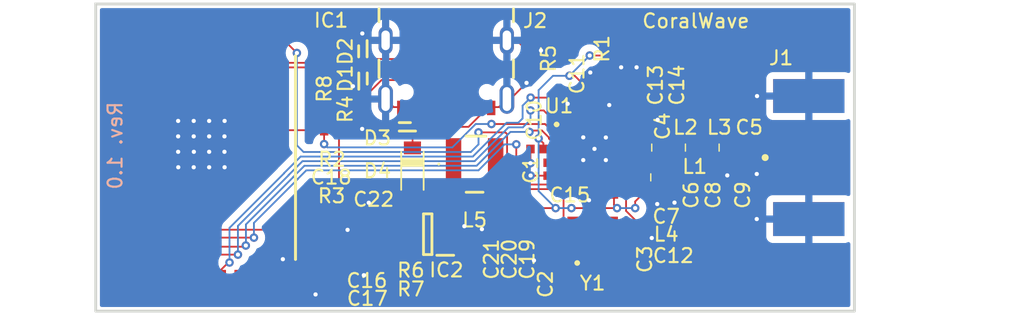
<source format=kicad_pcb>
(kicad_pcb (version 20221018) (generator pcbnew)
  (layers (0 "F.Cu" signal) (31 "B.Cu" signal) (34 "B.Paste" user) (35 "F.Paste" user) (36 "B.SilkS" user "B.Silkscreen") (37 "F.SilkS" user "F.Silkscreen") (38 "B.Mask" user) (39 "F.Mask" user) (44 "Edge.Cuts" user))
  (net 0 "")
  (net 1 "Net-(U1-DCOUPL)")
  (net 2 "Earth")
  (net 3 "Net-(U1-XOSC_Q1)")
  (net 4 "Net-(U1-XOSC_Q2)")
  (net 5 "Net-(U1-RF_N)")
  (net 6 "Net-(C5-Pad1)")
  (net 7 "Net-(C5-Pad2)")
  (net 8 "Net-(C6-Pad2)")
  (net 9 "Net-(U1-RF_P)")
  (net 10 "Net-(C7-Pad2)")
  (net 11 "Net-(C8-Pad2)")
  (net 12 "Net-(U1-RBIAS)")
  (net 13 "SCLK")
  (net 14 "GDO2")
  (net 15 "GDO0")
  (net 18 "+3V3")
  (net 19 "Net-(IC1-EN)")
  (net 20 "Net-(IC2-FB)")
  (net 21 "+5V")
  (net 22 "USB_DP")
  (net 23 "USB_DN")
  (net 24 "Net-(D3-A1)")
  (net 25 "MOSI")
  (net 26 "Net-(IC1-IO8)")
  (net 28 "CSN")
  (net 32 "MISO")
  (net 35 "Net-(IC2-SW)")
  (net 36 "Net-(J2-CC1)")
  (net 38 "Net-(J2-CC2)")
  (footprint "PCBLib:NX3225GA16000MSTDCRG1" (layer "F.Cu") (at 133.7 64.66)
    (fp_text reference "Y1")
    (fp_text value "NX3225GA-26MHZ" hide)
  )
  (footprint "PCBLib:Cap_Murata_GRM_0402" (layer "F.Cu") (at 115.23 67.6)
    (fp_text reference "C16")
    (fp_text value "100nF" hide)
  )
  (footprint "PCBLib:Cap_Murata_GRM_0402" (layer "F.Cu") (at 130.34 65.92 -90)
    (fp_text reference "C2")
    (fp_text value "27pF" hide)
  )
  (footprint "PCBLib:Cap_Murata_GRM_0402" (layer "F.Cu") (at 144.85 58.34)
    (fp_text reference "C5")
    (fp_text value "220pF" hide)
  )
  (footprint "PCBLib:CC1101RGP" (layer "F.Cu") (at 133.8326 58.42)
    (fp_text reference "U1")
    (fp_text value "CC1101RGP" hide)
  )
  (footprint "PCBLib:R_Bourns_CR_0603" (layer "F.Cu") (at 118.2 64.83)
    (fp_text reference "R6")
    (fp_text value "442k" hide)
  )
  (footprint "PCBLib:Cap_Murata_GRM_0402" (layer "F.Cu") (at 129.01 63.68 90)
    (fp_text reference "C19")
    (fp_text value "6.8pF" hide)
  )
  (footprint "PCBLib:Cap_Murata_GRM_0402" (layer "F.Cu") (at 139.53 60.92 90)
    (fp_text reference "C6")
    (fp_text value "220pF" hide)
  )
  (footprint "PCBLib:Cap_Murata_GRM_0402" (layer "F.Cu") (at 135.73 53.89 -90)
    (fp_text reference "C13")
    (fp_text value "220pF" hide)
  )
  (footprint "PCBLib:R_Vishay_CRCW_0402" (layer "F.Cu") (at 114.57 56.55 -90)
    (fp_text reference "R8")
    (fp_text value "10k" hide)
  )
  (footprint "PCBLib:R_Vishay_CRCW_0402" (layer "F.Cu") (at 115.08 63)
    (fp_text reference "R2")
    (fp_text value "10k" hide)
  )
  (footprint "PCBLib:Cap_Murata_GRM_0603" (layer "F.Cu") (at 118.45 63.34 180)
    (fp_text reference "C22")
    (fp_text value "4.7uF" hide)
  )
  (footprint "PCBLib:R_Bourns_CR_0603" (layer "F.Cu") (at 118.2 66.44 180)
    (fp_text reference "R7")
    (fp_text value "97.6k" hide)
  )
  (footprint "PCBLib:Cap_Murata_GRM_0402" (layer "F.Cu") (at 130.5 59.88 -90)
    (fp_text reference "C1")
    (fp_text value "100nF" hide)
  )
  (footprint "PCBLib:L_Murata_LQG_0402" (layer "F.Cu") (at 142.71 58.34)
    (fp_text reference "L3")
    (fp_text value "27nH" hide)
  )
  (footprint "PCBLib:Cap_Murata_GRM_0402" (layer "F.Cu") (at 127.91 63.68 90)
    (fp_text reference "C20")
    (fp_text value "10uF" hide)
  )
  (footprint "PCBLib:SOD3716X135N" (layer "F.Cu") (at 120.86 60 -90)
    (fp_text reference "D4")
    (fp_text value "B5819W-TP")
  )
  (footprint "PCBLib:R_Vishay_CRCW_0402" (layer "F.Cu") (at 115.08 65.4)
    (fp_text reference "R3")
    (fp_text value "10k" hide)
  )
  (footprint "PCBLib:Cap_Murata_GRM_0402" (layer "F.Cu") (at 137.09 64.32 -90)
    (fp_text reference "C3")
    (fp_text value "27pF" hide)
  )
  (footprint "PCBLib:Cap_Murata_GRM_0402" (layer "F.Cu") (at 133.19 55.22)
    (fp_text reference "C11")
    (fp_text value "220pF" hide)
  )
  (footprint "PCBLib:SODFL1006X40N" (layer "F.Cu") (at 120.32 56.86 180)
    (fp_text reference "D3")
    (fp_text value "CPDQ5V0-HF" hide)
  )
  (footprint "PCBLib:SODFL1006X40N" (layer "F.Cu") (at 117.33 51.48 -90)
    (fp_text reference "D2")
    (fp_text value "CPDQ5V0-HF" hide)
  )
  (footprint "PCBLib:Cap_Murata_GRM_0402" (layer "F.Cu") (at 115.23 68.8)
    (fp_text reference "C17")
    (fp_text value "10uF" hide)
  )
  (footprint "PCBLib:R_KOA_RK_0402" (layer "F.Cu") (at 134.35 53.54 -90)
    (fp_text reference "R1")
    (fp_text value "56k" hide)
  )
  (footprint "PCBLib:Molex-SD-73251-129" (layer "F.Cu") (at 157.99 59.05 -90)
    (fp_text reference "J1")
    (fp_text value "73251-1290" hide)
  )
  (footprint "PCBLib:R_Vishay_CRCW_0402" (layer "F.Cu") (at 117.28 55.61 -90)
    (fp_text reference "R4")
    (fp_text value "5k1" hide)
  )
  (footprint "PCBLib:SODFL1006X40N" (layer "F.Cu") (at 117.34 53.42 90)
    (fp_text reference "D1")
    (fp_text value "CPDQ5V0-HF" hide)
  )
  (footprint "PCBLib:L_Murata_LQG_0402" (layer "F.Cu") (at 137.84 60.46 180)
    (fp_text reference "L4")
    (fp_text value "27nH" hide)
  )
  (footprint "PCBLib:Cap_Murata_GRM_0402" (layer "F.Cu") (at 129.73 58.44)
    (fp_text reference "C10")
    (fp_text value "100nF" hide)
  )
  (footprint "PCBLib:Cap_Murata_GRM_0402" (layer "F.Cu") (at 126.81 63.68 90)
    (fp_text reference "C21")
    (fp_text value "10uF" hide)
  )
  (footprint "PCBLib:Cap_Murata_GRM_0402" (layer "F.Cu") (at 137.88 59.4)
    (fp_text reference "C7")
    (fp_text value "3.9pF" hide)
  )
  (footprint "PCBLib:Cap_Murata_GRM_0402" (layer "F.Cu") (at 137.84 61.53)
    (fp_text reference "C12")
    (fp_text value "220pF" hide)
  )
  (footprint "PCBLib:R_Vishay_CRCW_0402" (layer "F.Cu") (at 129.04 52 90)
    (fp_text reference "R5")
    (fp_text value "5k1" hide)
  )
  (footprint "PCBLib:GCT_USB4105-GF-A" (layer "F.Cu") (at 123.27 50.7 180)
    (fp_text reference "J2")
    (fp_text value "USB4105-GF-A")
  )
  (footprint "PCBLib:ESP32C3WROOM02N4" (layer "F.Cu") (at 105.83 58.09 90)
    (fp_text reference "IC1")
    (fp_text value "ESP32-C3-WROOM-02-N4" hide)
  )
  (footprint "PCBLib:Cap_Murata_GRM_0402" (layer "F.Cu") (at 137.49 56.82 -90)
    (fp_text reference "C4")
    (fp_text value "3.9pF" hide)
  )
  (footprint "PCBLib:Cap_Murata_GRM_0402" (layer "F.Cu") (at 142.28 59.86 90)
    (fp_text reference "C8")
    (fp_text value "8.2pF" hide)
  )
  (footprint "PCBLib:Cap_Murata_GRM_0402" (layer "F.Cu") (at 114.98 64.2)
    (fp_text reference "C18")
    (fp_text value "1uF" hide)
  )
  (footprint "PCBLib:Cap_Murata_GRM_0402" (layer "F.Cu") (at 144.39 59.76 90)
    (fp_text reference "C9")
    (fp_text value "5.6pF" hide)
  )
  (footprint "PCBLib:Cap_Murata_GRM_0402" (layer "F.Cu") (at 134.76 61.67 180)
    (fp_text reference "C15")
    (fp_text value "10nF" hide)
  )
  (footprint "PCBLib:L_Murata_LQG_0402" (layer "F.Cu") (at 137.91 58.34)
    (fp_text reference "L1")
    (fp_text value "27nH" hide)
  )
  (footprint "PCBLib:L_Murata_LQG_0402" (layer "F.Cu") (at 140.31 58.34)
    (fp_text reference "L2")
    (fp_text value "22nH" hide)
  )
  (footprint "PCBLib:ASPI0418FS" (layer "F.Cu") (at 125.29 59.52)
    (fp_text reference "L5")
    (fp_text value "2.2uH" hide)
  )
  (footprint "PCBLib:TLV62568DBVR" (layer "F.Cu") (at 121.95 64.51 180)
    (fp_text reference "IC2")
    (fp_text value "TLV62568DBVR" hide)
  )
  (footprint "PCBLib:Cap_Murata_GRM_0402" (layer "F.Cu") (at 136.83 53.89 -90)
    (fp_text reference "C14")
    (fp_text value "10nF" hide)
  )
  (gr_rect (start 98.3 48.11) (end 152.35 69.99) (stroke (width 0.2)) (fill none) (layer "Edge.Cuts"))
  (gr_text "Rev. 1.0" (at 100.27 54.98 90) (layer "B.SilkS") (effects (font (size 1 1) (thickness 0.153)) (justify left bottom mirror)))
  (gr_text "CoralWave" (at 141.05 49.32) (layer "F.SilkS") (effects (font (size 1 1) (thickness 0.153))))
  (segment (start 131.93635 59.420001) (end 130.5 59.42) (width 0.127) (layer "F.Cu") (net 1))
  (segment (start 129.27 58.44) (end 129.27 59.45) (width 0.127) (layer "F.Cu") (net 2))
  (segment (start 133.8326 57.615) (end 134.635 57.615) (width 0.127) (layer "F.Cu") (net 2))
  (segment (start 105.83 56.99) (end 106.38 56.44) (width 0.127) (layer "F.Cu") (net 2))
  (segment (start 127.59 54.88) (end 127.84 54.88) (width 0.127) (layer "F.Cu") (net 2))
  (segment (start 104.72 58.09) (end 104.17 58.64) (width 0.127) (layer "F.Cu") (net 2))
  (segment (start 133.82 58.42) (end 133.83 58.43) (width 0.127) (layer "F.Cu") (net 2))
  (segment (start 127.59 54.88) (end 127.015 55.455) (width 0.127) (layer "F.Cu") (net 2))
  (segment (start 120.07 56.56) (end 119.77 56.86) (width 0.127) (layer "F.Cu") (net 2))
  (segment (start 144.39 60.22) (end 145.39 60.22) (width 0.127) (layer "F.Cu") (net 2))
  (segment (start 125.81 64.15) (end 125.82 64.14) (width 0.127) (layer "F.Cu") (net 2))
  (segment (start 106.38 58.64) (end 105.83 58.09) (width 0.127) (layer "F.Cu") (net 2))
  (segment (start 104.73 56.99) (end 105.28 56.44) (width 0.127) (layer "F.Cu") (net 2))
  (segment (start 149.1 63.4325) (end 145.3925 63.4325) (width 0.127) (layer "F.Cu") (net 2))
  (segment (start 134.635 57.615) (end 134.64 57.62) (width 0.127) (layer "F.Cu") (net 2))
  (segment (start 106.93 56.99) (end 107.48 56.44) (width 0.127) (layer "F.Cu") (net 2))
  (segment (start 118.95 50.7) (end 117.89 50.7) (width 0.127) (layer "F.Cu") (net 2))
  (segment (start 104.72 56.99) (end 104.17 56.44) (width 0.127) (layer "F.Cu") (net 2))
  (segment (start 133.8326 58.4326) (end 133.83 58.43) (width 0.127) (layer "F.Cu") (net 2))
  (segment (start 133.0276 58.42) (end 133.0276 57.6124) (width 0.127) (layer "F.Cu") (net 2))
  (segment (start 106.93 58.08) (end 107.47 57.54) (width 0.127) (layer "F.Cu") (net 2))
  (segment (start 104.72 56.99) (end 104.17 57.54) (width 0.127) (layer "F.Cu") (net 2))
  (segment (start 105.83 59.19) (end 106.38 59.74) (width 0.127) (layer "F.Cu") (net 2))
  (segment (start 104.73 56.99) (end 104.72 56.99) (width 0.127) (layer "F.Cu") (net 2))
  (segment (start 135.73 53.43) (end 135.73 52.62) (width 0.127) (layer "F.Cu") (net 2))
  (segment (start 133.8326 59.225) (end 133.035 59.225) (width 0.127) (layer "F.Cu") (net 2))
  (segment (start 134.6376 57.6224) (end 134.64 57.62) (width 0.127) (layer "F.Cu") (net 2))
  (segment (start 118.95 54.88) (end 119.525 55.455) (width 0.127) (layer "F.Cu") (net 2))
  (segment (start 111.63 67.8) (end 111.63 66.29) (width 0.127) (layer "F.Cu") (net 2))
  (segment (start 130.34 66.38) (end 129.52 66.38) (width 0.127) (layer "F.Cu") (net 2))
  (segment (start 132.73 55.3203) (end 132.73 55.22) (width 0.127) (layer "F.Cu") (net 2))
  (segment (start 125.82 64.14) (end 126.81 64.14) (width 0.127) (layer "F.Cu") (net 2))
  (segment (start 134.635 59.225) (end 134.64 59.23) (width 0.127) (layer "F.Cu") (net 2))
  (segment (start 134.35 52.99) (end 133.53 52.99) (width 0.127) (layer "F.Cu") (net 2))
  (segment (start 104.73 58.09) (end 104.72 58.09) (width 0.127) (layer "F.Cu") (net 2))
  (segment (start 104.72 58.09) (end 104.17 57.54) (width 0.127) (layer "F.Cu") (net 2))
  (segment (start 105.29 58.64) (end 105.28 58.64) (width 0.127) (layer "F.Cu") (net 2))
  (segment (start 105.28 58.64) (end 104.73 58.09) (width 0.127) (layer "F.Cu") (net 2))
  (segment (start 127.84 54.88) (end 128.99 53.73) (width 0.127) (layer "F.Cu") (net 2))
  (segment (start 129.04 51.45) (end 129.99 51.45) (width 0.127) (layer "F.Cu") (net 2))
  (segment (start 134.882101 55.31) (end 134.832601 55.3595) (width 0.127) (layer "F.Cu") (net 2))
  (segment (start 104.73 59.19) (end 104.74 59.19) (width 0.127) (layer "F.Cu") (net 2))
  (segment (start 105.83 59.19) (end 106.38 58.64) (width 0.127) (layer "F.Cu") (net 2))
  (segment (start 117.33 50.93) (end 117.66 50.93) (width 0.127) (layer "F.Cu") (net 2))
  (segment (start 120.07 55.515) (end 120.07 56.56) (width 0.127) (layer "F.Cu") (net 2))
  (segment (start 106.38 58.64) (end 106.93 59.19) (width 0.127) (layer "F.Cu") (net 2))
  (segment (start 133.332601 55.922901) (end 132.73 55.3203) (width 0.127) (layer "F.Cu") (net 2))
  (segment (start 104.73 56.99) (end 105.28 57.54) (width 0.127) (layer "F.Cu") (net 2))
  (segment (start 106.93 57) (end 107.47 57.54) (width 0.127) (layer "F.Cu") (net 2))
  (segment (start 133.0276 58.42) (end 133.0276 59.2276) (width 0.127) (layer "F.Cu") (net 2))
  (segment (start 133.035 57.615) (end 133.03 57.61) (width 0.127) (layer "F.Cu") (net 2))
  (segment (start 106.93 59.19) (end 106.93 59.18) (width 0.127) (layer "F.Cu") (net 2))
  (segment (start 133.854641 61.67) (end 133.437641 62.087) (width 0.127) (layer "F.Cu") (net 2))
  (segment (start 133.332601 56.52375) (end 133.332601 55.922901) (width 0.127) (layer "F.Cu") (net 2))
  (segment (start 104.74 59.19) (end 105.29 58.64) (width 0.127) (layer "F.Cu") (net 2))
  (segment (start 106.93 59.19) (end 106.38 59.74) (width 0.127) (layer "F.Cu") (net 2))
  (segment (start 117.75 63.34) (end 117.75 62.27) (width 0.127) (layer "F.Cu") (net 2))
  (segment (start 114.77 67.6) (end 114.77 68.8) (width 0.127) (layer "F.Cu") (net 2))
  (segment (start 134.3 61.67) (end 133.854641 61.67) (width 0.127) (layer "F.Cu") (net 2))
  (segment (start 132.73 55.22) (end 131.92 55.22) (width 0.127) (layer "F.Cu") (net 2))
  (segment (start 133.035 59.225) (end 133.03 59.23) (width 0.127) (layer "F.Cu") (net 2))
  (segment (start 119.77 56.86) (end 117.98 56.86) (width 0.127) (layer "F.Cu") (net 2))
  (segment (start 137.49 56.36) (end 138.33 56.36) (width 0.127) (layer "F.Cu") (net 2))
  (segment (start 117.98 56.86) (end 117.28 56.16) (width 0.127) (layer "F.Cu") (net 2))
  (segment (start 105.29 58.64) (end 105.29 58.63) (width 0.127) (layer "F.Cu") (net 2))
  (segment (start 127.015 55.455) (end 126.47 55.455) (width 0.127) (layer "F.Cu") (net 2))
  (segment (start 106.93 59.18) (end 107.47 58.64) (width 0.127) (layer "F.Cu") (net 2))
  (segment (start 133.8326 59.225) (end 133.8326 58.4326) (width 0.127) (layer "F.Cu") (net 2))
  (segment (start 117.33 50.93) (end 117.33 50.25) (width 0.127) (layer "F.Cu") (net 2))
  (segment (start 106.93 58.1) (end 107.47 58.64) (width 0.127) (layer "F.Cu") (net 2))
  (segment (start 117.89 50.7) (end 117.66 50.93) (width 0.127) (layer "F.Cu") (net 2))
  (segment (start 105.83 56.99) (end 105.28 56.44) (width 0.127) (layer "F.Cu") (net 2))
  (segment (start 105.28 57.54) (end 105.83 56.99) (width 0.127) (layer "F.Cu") (net 2))
  (segment (start 105.28 57.54) (end 105.83 58.09) (width 0.127) (layer "F.Cu") (net 2))
  (segment (start 133.0276 59.2276) (end 133.03 59.23) (width 0.127) (layer "F.Cu") (net 2))
  (segment (start 117.28 56.16) (end 117.28 57.01) (width 0.127) (layer "F.Cu") (net 2))
  (segment (start 105.29 58.64) (end 105.29 58.65) (width 0.127) (layer "F.Cu") (net 2))
  (segment (start 117.4 66.44) (end 117.4 67.43) (width 0.127) (layer "F.Cu") (net 2))
  (segment (start 119.525 55.455) (end 120.07 55.455) (width 0.127) (layer "F.Cu") (net 2))
  (segment (start 129.99 51.45) (end 130.02 51.42) (width 0.127) (layer "F.Cu") (net 2))
  (segment (start 117.33 50.25) (end 117.29 50.21) (width 0.127) (layer "F.Cu") (net 2))
  (segment (start 106.38 57.54) (end 106.93 56.99) (width 0.127) (layer "F.Cu") (net 2))
  (segment (start 106.38 57.54) (end 105.83 56.99) (width 0.127) (layer "F.Cu") (net 2))
  (segment (start 136.83 53.43) (end 136.83 52.62) (width 0.127) (layer "F.Cu") (net 2))
  (segment (start 104.73 59.19) (end 104.72 59.19) (width 0.127) (layer "F.Cu") (net 2))
  (segment (start 104.73 58.09) (end 105.28 57.54) (width 0.127) (layer "F.Cu") (net 2))
  (segment (start 128.29 50.7) (end 129.04 51.45) (width 0.127) (layer "F.Cu") (net 2))
  (segment (start 113.96 68.8) (end 114.77 68.8) (width 0.127) (layer "F.Cu") (net 2))
  (segment (start 145.3925 63.4325) (end 145.39 63.43) (width 0.127) (layer "F.Cu") (net 2))
  (segment (start 133.8326 59.225) (end 134.635 59.225) (width 0.127) (layer "F.Cu") (net 2))
  (segment (start 130.5 60.34) (end 129.29 60.34) (width 0.127) (layer "F.Cu") (net 2))
  (segment (start 104.73 59.19) (end 104.18 59.74) (width 0.127) (layer "F.Cu") (net 2))
  (segment (start 133.8326 58.4274) (end 133.83 58.43) (width 0.127) (layer "F.Cu") (net 2))
  (segment (start 117.34 53.97) (end 116.62 53.97) (width 0.127) (layer "F.Cu") (net 2))
  (segment (start 106.38 58.64) (end 106.93 58.09) (width 0.127) (layer "F.Cu") (net 2))
  (segment (start 104.72 59.19) (end 104.17 58.64) (width 0.127) (layer "F.Cu") (net 2))
  (segment (start 133.0276 57.6124) (end 133.03 57.61) (width 0.127) (layer "F.Cu") (net 2))
  (segment (start 105.83 58.09) (end 106.38 57.54) (width 0.127) (layer "F.Cu") (net 2))
  (segment (start 133.8326 57.615) (end 133.8326 58.4274) (width 0.127) (layer "F.Cu") (net 2))
  (segment (start 133.0276 58.42) (end 133.82 58.42) (width 0.127) (layer "F.Cu") (net 2))
  (segment (start 134.6376 58.42) (end 133.84 58.42) (width 0.127) (layer "F.Cu") (net 2))
  (segment (start 138.3 61.53) (end 138.3 62.36) (width 0.127) (layer "F.Cu") (net 2))
  (segment (start 134.832601 55.3595) (end 134.832601 56.52375) (width 0.127) (layer "F.Cu") (net 2))
  (segment (start 105.29 58.65) (end 105.83 59.19) (width 0.127) (layer "F.Cu") (net 2))
  (segment (start 115.44 64.2) (end 116.24 64.2) (width 0.127) (layer "F.Cu") (net 2))
  (segment (start 129.29 60.34) (end 129.28 60.33) (width 0.127) (layer "F.Cu") (net 2))
  (segment (start 123.2 64.51) (end 123.99 64.51) (width 0.127) (layer "F.Cu") (net 2))
  (segment (start 127.91 64.14) (end 126.81 64.14) (width 0.127) (layer "F.Cu") (net 2))
  (segment (start 134.6376 58.42) (end 134.6376 57.6224) (width 0.127) (layer "F.Cu") (net 2))
  (segment (start 106.93 58.09) (end 106.93 58.1) (width 0.127) (layer "F.Cu") (net 2))
  (segment (start 133.84 58.42) (end 133.83 58.43) (width 0.127) (layer "F.Cu") (net 2))
  (segment (start 105.29 58.63) (end 105.83 58.09) (width 0.127) (layer "F.Cu") (net 2))
  (segment (start 142.28 60.32) (end 143.29 60.32) (width 0.127) (layer "F.Cu") (net 2))
  (segment (start 145.4125 54.6675) (end 145.41 54.67) (width 0.127) (layer "F.Cu") (net 2))
  (segment (start 106.38 57.54) (end 106.93 58.09) (width 0.127) (layer "F.Cu") (net 2))
  (segment (start 106.93 56.99) (end 106.93 57) (width 0.127) (layer "F.Cu") (net 2))
  (segment (start 123.99 64.51) (end 124.56 63.94) (width 0.127) (layer "F.Cu") (net 2))
  (segment (start 134.6376 59.2276) (end 134.64 59.23) (width 0.127) (layer "F.Cu") (net 2))
  (segment (start 105.83 59.19) (end 105.28 59.74) (width 0.127) (layer "F.Cu") (net 2))
  (segment (start 104.73 59.19) (end 105.28 59.74) (width 0.127) (layer "F.Cu") (net 2))
  (segment (start 149.1 54.6675) (end 145.4125 54.6675) (width 0.127) (layer "F.Cu") (net 2))
  (segment (start 106.93 59.19) (end 107.48 59.74) (width 0.127) (layer "F.Cu") (net 2))
  (segment (start 106.93 58.09) (end 106.93 58.08) (width 0.127) (layer "F.Cu") (net 2))
  (segment (start 127.59 50.7) (end 128.29 50.7) (width 0.127) (layer "F.Cu") (net 2))
  (segment (start 134.6376 58.42) (end 134.6376 59.2276) (width 0.127) (layer "F.Cu") (net 2))
  (segment (start 106.93 56.99) (end 106.38 56.44) (width 0.127) (layer "F.Cu") (net 2))
  (segment (start 139.53 62.26) (end 139.53 61.38) (width 0.127) (layer "F.Cu") (net 2))
  (segment (start 133.8326 57.615) (end 133.035 57.615) (width 0.127) (layer "F.Cu") (net 2))
  (segment (start 137.09 64.78) (end 137.91 64.78) (width 0.127) (layer "F.Cu") (net 2))
  (via (at 117.29 50.21) (size 0.6) (drill 0.3) (layers "F.Cu" "B.Cu") (net 2))
  (via (at 107.48 59.74) (size 0.6) (drill 0.3) (layers "F.Cu" "B.Cu") (net 2))
  (via (at 107.47 58.64) (size 0.6) (drill 0.3) (layers "F.Cu" "B.Cu") (net 2))
  (via (at 145.39 60.22) (size 0.6) (drill 0.3) (layers "F.Cu" "B.Cu") (net 2))
  (via (at 145.41 54.67) (size 0.6) (drill 0.3) (layers "F.Cu" "B.Cu") (net 2))
  (via (at 106.38 57.54) (size 0.6) (drill 0.3) (layers "F.Cu" "B.Cu") (net 2))
  (via (at 134.64 57.62) (size 0.6) (drill 0.3) (layers "F.Cu" "B.Cu") (net 2))
  (via (at 125.81 64.15) (size 0.6) (drill 0.3) (layers "F.Cu" "B.Cu") (net 2))
  (via (at 117.75 62.27) (size 0.6) (drill 0.3) (layers "F.Cu" "B.Cu") (net 2))
  (via (at 137.91 64.78) (size 0.6) (drill 0.3) (layers "F.Cu" "B.Cu") (net 2))
  (via (at 106.38 59.74) (size 0.6) (drill 0.3) (layers "F.Cu" "B.Cu") (net 2))
  (via (at 133.53 52.99) (size 0.6) (drill 0.3) (layers "F.Cu" "B.Cu") (net 2))
  (via (at 134.64 59.23) (size 0.6) (drill 0.3) (layers "F.Cu" "B.Cu") (net 2))
  (via (at 129.28 60.33) (size 0.6) (drill 0.3) (layers "F.Cu" "B.Cu") (net 2))
  (via (at 116.62 53.97) (size 0.6) (drill 0.3) (layers "F.Cu" "B.Cu") (net 2))
  (via (at 136.83 52.62) (size 0.6) (drill 0.3) (layers "F.Cu" "B.Cu") (net 2))
  (via (at 106.38 56.44) (size 0.6) (drill 0.3) (layers "F.Cu" "B.Cu") (net 2))
  (via (at 145.39 63.43) (size 0.6) (drill 0.3) (layers "F.Cu" "B.Cu") (net 2))
  (via (at 133.03 59.23) (size 0.6) (drill 0.3) (layers "F.Cu" "B.Cu") (net 2))
  (via (at 138.3 62.36) (size 0.6) (drill 0.3) (layers "F.Cu" "B.Cu") (net 2))
  (via (at 130.02 51.42) (size 0.6) (drill 0.3) (layers "F.Cu" "B.Cu") (net 2))
  (via (at 113.96 68.8) (size 0.6) (drill 0.3) (layers "F.Cu" "B.Cu") (net 2))
  (via (at 131.92 55.22) (size 0.6) (drill 0.3) (layers "F.Cu" "B.Cu") (net 2))
  (via (at 116.24 64.2) (size 0.6) (drill 0.3) (layers "F.Cu" "B.Cu") (net 2))
  (via (at 133.03 57.61) (size 0.6) (drill 0.3) (layers "F.Cu" "B.Cu") (net 2))
  (via (at 105.28 56.44) (size 0.6) (drill 0.3) (layers "F.Cu" "B.Cu") (net 2))
  (via (at 139.53 62.26) (size 0.6) (drill 0.3) (layers "F.Cu" "B.Cu") (net 2))
  (via (at 105.29 58.64) (size 0.6) (drill 0.3) (layers "F.Cu" "B.Cu") (net 2))
  (via (at 143.29 60.32) (size 0.6) (drill 0.3) (layers "F.Cu" "B.Cu") (net 2))
  (via (at 135.73 52.62) (size 0.6) (drill 0.3) (layers "F.Cu" "B.Cu") (net 2))
  (via (at 129.27 59.45) (size 0.6) (drill 0.3) (layers "F.Cu" "B.Cu") (net 2))
  (via (at 107.47 57.54) (size 0.6) (drill 0.3) (layers "F.Cu" "B.Cu") (net 2))
  (via (at 104.17 56.44) (size 0.6) (drill 0.3) (layers "F.Cu" "B.Cu") (net 2))
  (via (at 104.18 59.74) (size 0.6) (drill 0.3) (layers "F.Cu" "B.Cu") (net 2))
  (via (at 105.28 59.74) (size 0.6) (drill 0.3) (layers "F.Cu" "B.Cu") (net 2))
  (via (at 107.48 56.44) (size 0.6) (drill 0.3) (layers "F.Cu" "B.Cu") (net 2))
  (via (at 138.33 56.36) (size 0.6) (drill 0.3) (layers "F.Cu" "B.Cu") (net 2))
  (via (at 106.38 58.64) (size 0.6) (drill 0.3) (layers "F.Cu" "B.Cu") (net 2))
  (via (at 104.17 58.64) (size 0.6) (drill 0.3) (layers "F.Cu" "B.Cu") (net 2))
  (via (at 133.437641 62.087) (size 0.6) (drill 0.3) (layers "F.Cu" "B.Cu") (net 2))
  (via (at 124.56 63.94) (size 0.6) (drill 0.3) (layers "F.Cu" "B.Cu") (net 2))
  (via (at 133.83 58.43) (size 0.6) (drill 0.3) (layers "F.Cu" "B.Cu") (net 2))
  (via (at 128.99 53.73) (size 0.6) (drill 0.3) (layers "F.Cu" "B.Cu") (net 2))
  (via (at 104.17 57.54) (size 0.6) (drill 0.3) (layers "F.Cu" "B.Cu") (net 2))
  (via (at 111.63 66.29) (size 0.6) (drill 0.3) (layers "F.Cu" "B.Cu") (net 2))
  (via (at 129.52 66.38) (size 0.6) (drill 0.3) (layers "F.Cu" "B.Cu") (net 2))
  (via (at 134.882101 55.31) (size 0.6) (drill 0.3) (layers "F.Cu" "B.Cu") (net 2))
  (via (at 105.28 57.54) (size 0.6) (drill 0.3) (layers "F.Cu" "B.Cu") (net 2))
  (via (at 117.4 67.43) (size 0.6) (drill 0.3) (layers "F.Cu" "B.Cu") (net 2))
  (via (at 117.28 57.01) (size 0.6) (drill 0.3) (layers "F.Cu" "B.Cu") (net 2))
  (segment (start 131.6265 61.9335) (end 131.6265 64.1735) (width 0.127) (layer "F.Cu") (net 3))
  (segment (start 132.16 61.4) (end 131.6265 61.9335) (width 0.127) (layer "F.Cu") (net 3))
  (segment (start 133.8326 60.9445) (end 133.3771 61.4) (width 0.127) (layer "F.Cu") (net 3))
  (segment (start 131.6265 64.1735) (end 130.34 65.46) (width 0.127) (layer "F.Cu") (net 3))
  (segment (start 130.34 65.46) (end 132.6 65.46) (width 0.127) (layer "F.Cu") (net 3))
  (segment (start 133.3771 61.4) (end 132.16 61.4) (width 0.127) (layer "F.Cu") (net 3))
  (segment (start 133.8326 60.31625) (end 133.8326 60.9445) (width 0.127) (layer "F.Cu") (net 3))
  (segment (start 136.08 61.3) (end 135.09625 60.31625) (width 0.127) (layer "F.Cu") (net 4))
  (segment (start 137.09 63.86) (end 136.08 62.85) (width 0.127) (layer "F.Cu") (net 4))
  (segment (start 136.08 62.85) (end 136.08 61.3) (width 0.127) (layer "F.Cu") (net 4))
  (segment (start 135.09625 60.31625) (end 134.832601 60.31625) (width 0.127) (layer "F.Cu") (net 4))
  (segment (start 137.09 63.86) (end 134.8 63.86) (width 0.127) (layer "F.Cu") (net 4))
  (segment (start 137.405 58.42) (end 137.485 58.34) (width 0.127) (layer "F.Cu") (net 5))
  (segment (start 135.72885 58.42) (end 137.405 58.42) (width 0.127) (layer "F.Cu") (net 5))
  (segment (start 137.49 57.28) (end 137.49 58.335) (width 0.127) (layer "F.Cu") (net 5))
  (segment (start 137.49 58.335) (end 137.485 58.34) (width 0.127) (layer "F.Cu") (net 5))
  (segment (start 144.39 58.34) (end 144.39 59.3) (width 0.127) (layer "F.Cu") (net 6))
  (segment (start 143.135 58.34) (end 144.39 58.34) (width 0.127) (layer "F.Cu") (net 6))
  (segment (start 149.1 59.05) (end 146.02 59.05) (width 0.127) (layer "F.Cu") (net 7))
  (segment (start 146.02 59.05) (end 145.31 58.34) (width 0.127) (layer "F.Cu") (net 7))
  (segment (start 139.53 60.46) (end 138.265 60.46) (width 0.127) (layer "F.Cu") (net 8))
  (segment (start 136.939999 58.919999) (end 137.42 59.4) (width 0.127) (layer "F.Cu") (net 9))
  (segment (start 137.42 60.455) (end 137.415 60.46) (width 0.127) (layer "F.Cu") (net 9))
  (segment (start 137.42 59.4) (end 137.42 60.455) (width 0.127) (layer "F.Cu") (net 9))
  (segment (start 135.72885 58.919999) (end 136.939999 58.919999) (width 0.127) (layer "F.Cu") (net 9))
  (segment (start 138.335 58.34) (end 138.335 59.395) (width 0.127) (layer "F.Cu") (net 10))
  (segment (start 138.335 58.34) (end 139.885 58.34) (width 0.127) (layer "F.Cu") (net 10))
  (segment (start 138.335 59.395) (end 138.34 59.4) (width 0.127) (layer "F.Cu") (net 10))
  (segment (start 140.735 58.34) (end 142.285 58.34) (width 0.127) (layer "F.Cu") (net 11))
  (segment (start 142.285 58.34) (end 142.285 59.395) (width 0.127) (layer "F.Cu") (net 11))
  (segment (start 142.285 59.395) (end 142.28 59.4) (width 0.127) (layer "F.Cu") (net 11))
  (segment (start 134.318601 56.509752) (end 134.332599 56.52375) (width 0.127) (layer "F.Cu") (net 12))
  (segment (start 134.318601 54.111399) (end 134.318601 56.509752) (width 0.127) (layer "F.Cu") (net 12))
  (segment (start 105.63 67.5) (end 107.167 65.963) (width 0.127) (layer "F.Cu") (net 13))
  (segment (start 107.167 65.963) (end 108.43 65.963) (width 0.127) (layer "F.Cu") (net 13))
  (segment (start 130.209453 55.693102) (end 131.93635 57.419999) (width 0.127) (layer "F.Cu") (net 13))
  (segment (start 105.63 67.8) (end 105.63 67.5) (width 0.127) (layer "F.Cu") (net 13))
  (segment (start 129.273102 55.693102) (end 130.209453 55.693102) (width 0.127) (layer "F.Cu") (net 13))
  (via (at 129.273102 55.693102) (size 0.6) (drill 0.3) (layers "F.Cu" "B.Cu") (net 13))
  (via (at 108.43 65.963) (size 0.6) (drill 0.3) (layers "F.Cu" "B.Cu") (net 13))
  (segment (start 128.728652 56.897204) (end 129.273102 56.352754) (width 0.127) (layer "B.Cu") (net 13))
  (segment (start 127.705244 56.897204) (end 128.728652 56.897204) (width 0.127) (layer "B.Cu") (net 13))
  (segment (start 112.043398 60.293488) (end 113.030886 59.306) (width 0.127) (layer "B.Cu") (net 13))
  (segment (start 129.273102 56.352754) (end 129.273102 55.693102) (width 0.127) (layer "B.Cu") (net 13))
  (segment (start 108.43 65.963) (end 108.43 63.92) (width 0.127) (layer "B.Cu") (net 13))
  (segment (start 112.043398 60.306602) (end 112.043398 60.293488) (width 0.127) (layer "B.Cu") (net 13))
  (segment (start 125.296448 59.306) (end 127.705244 56.897204) (width 0.127) (layer "B.Cu") (net 13))
  (segment (start 108.43 63.92) (end 112.043398 60.306602) (width 0.127) (layer "B.Cu") (net 13))
  (segment (start 113.030886 59.306) (end 125.296448 59.306) (width 0.127) (layer "B.Cu") (net 13))
  (segment (start 130.583776 57.620776) (end 130.583776 57.695676) (width 0.127) (layer "F.Cu") (net 14))
  (segment (start 104.13 67.5) (end 104.13 67.8) (width 0.127) (layer "F.Cu") (net 14))
  (segment (start 130.583776 57.695676) (end 131.3081 58.42) (width 0.127) (layer "F.Cu") (net 14))
  (segment (start 106.23 65.4) (end 104.13 67.5) (width 0.127) (layer "F.Cu") (net 14))
  (segment (start 130.0895 57.1265) (end 130.583776 57.620776) (width 0.127) (layer "F.Cu") (net 14))
  (segment (start 108.909 65.4) (end 106.23 65.4) (width 0.127) (layer "F.Cu") (net 14))
  (segment (start 108.993 65.316) (end 108.909 65.4) (width 0.127) (layer "F.Cu") (net 14))
  (segment (start 131.3081 58.42) (end 131.93635 58.42) (width 0.127) (layer "F.Cu") (net 14))
  (segment (start 129.198562 57.224204) (end 129.296266 57.1265) (width 0.127) (layer "F.Cu") (net 14))
  (segment (start 129.296266 57.1265) (end 130.0895 57.1265) (width 0.127) (layer "F.Cu") (net 14))
  (via (at 129.198562 57.224204) (size 0.6) (drill 0.3) (layers "F.Cu" "B.Cu") (net 14))
  (via (at 108.993 65.316) (size 0.6) (drill 0.3) (layers "F.Cu" "B.Cu") (net 14))
  (segment (start 125.431896 59.633) (end 113.166334 59.633) (width 0.127) (layer "B.Cu") (net 14))
  (segment (start 127.840692 57.224204) (end 125.431896 59.633) (width 0.127) (layer "B.Cu") (net 14))
  (segment (start 112.370398 60.428936) (end 112.370398 60.44205) (width 0.127) (layer "B.Cu") (net 14))
  (segment (start 112.370398 60.44205) (end 109 63.812448) (width 0.127) (layer "B.Cu") (net 14))
  (segment (start 129.198562 57.224204) (end 127.840692 57.224204) (width 0.127) (layer "B.Cu") (net 14))
  (segment (start 109 65.309) (end 108.993 65.316) (width 0.127) (layer "B.Cu") (net 14))
  (segment (start 113.166334 59.633) (end 112.370398 60.428936) (width 0.127) (layer "B.Cu") (net 14))
  (segment (start 109 63.812448) (end 109 65.309) (width 0.127) (layer "B.Cu") (net 14))
  (segment (start 105.45 64.753) (end 102.63 67.573) (width 0.127) (layer "F.Cu") (net 15))
  (segment (start 109.57 64.753) (end 105.45 64.753) (width 0.127) (layer "F.Cu") (net 15))
  (segment (start 102.63 67.573) (end 102.63 67.8) (width 0.127) (layer "F.Cu") (net 15))
  (segment (start 131.59375 60.31625) (end 132.832599 60.31625) (width 0.127) (layer "F.Cu") (net 15))
  (segment (start 128.26 60.10691) (end 129.12309 60.97) (width 0.127) (layer "F.Cu") (net 15))
  (segment (start 130.94 60.97) (end 131.59375 60.31625) (width 0.127) (layer "F.Cu") (net 15))
  (segment (start 128.26 58.109602) (end 128.26 60.10691) (width 0.127) (layer "F.Cu") (net 15))
  (segment (start 129.12309 60.97) (end 130.94 60.97) (width 0.127) (layer "F.Cu") (net 15))
  (via (at 128.26 58.109602) (size 0.6) (drill 0.3) (layers "F.Cu" "B.Cu") (net 15))
  (via (at 109.57 64.753) (size 0.6) (drill 0.3) (layers "F.Cu" "B.Cu") (net 15))
  (segment (start 112.697398 60.577498) (end 112.697398 60.564384) (width 0.127) (layer "B.Cu") (net 15))
  (segment (start 125.567344 59.96) (end 127.417742 58.109602) (width 0.127) (layer "B.Cu") (net 15))
  (segment (start 109.57 63.704896) (end 112.697398 60.577498) (width 0.127) (layer "B.Cu") (net 15))
  (segment (start 112.697398 60.564384) (end 113.301782 59.96) (width 0.127) (layer "B.Cu") (net 15))
  (segment (start 113.301782 59.96) (end 125.567344 59.96) (width 0.127) (layer "B.Cu") (net 15))
  (segment (start 109.57 64.753) (end 109.57 63.704896) (width 0.127) (layer "B.Cu") (net 15))
  (segment (start 127.417742 58.109602) (end 128.26 58.109602) (width 0.127) (layer "B.Cu") (net 15))
  (segment (start 115.69 65.4) (end 116.35 66.06) (width 0.127) (layer "F.Cu") (net 18))
  (segment (start 131.93635 58.919999) (end 131.345651 58.919999) (width 0.127) (layer "F.Cu") (net 18))
  (segment (start 114.997 56) (end 115.63 56.633) (width 0.127) (layer "F.Cu") (net 18))
  (segment (start 135.067 61.08) (end 135.22 61.233) (width 0.127) (layer "F.Cu") (net 18))
  (segment (start 135.72885 57.920001) (end 136.349999 57.920001) (width 0.127) (layer "F.Cu") (net 18))
  (segment (start 129.447 63.22) (end 129.68 63.453) (width 0.127) (layer "F.Cu") (net 18))
  (segment (start 137.4035 53.88) (end 137.4035 52.39659) (width 0.127) (layer "F.Cu") (net 18))
  (segment (start 132.425 53.225) (end 132.045 53.225) (width 0.127) (layer "F.Cu") (net 18))
  (segment (start 115.69 68.8) (end 125.36 68.8) (width 0.127) (layer "F.Cu") (net 18))
  (segment (start 116.172 63) (end 115.63 63) (width 0.127) (layer "F.Cu") (net 18))
  (segment (start 116.83 65.4) (end 117.4 64.83) (width 0.127) (layer "F.Cu") (net 18))
  (segment (start 117.4 64.83) (end 117.4 64.228) (width 0.127) (layer "F.Cu") (net 18))
  (segment (start 129.01 63.22) (end 129.447 63.22) (width 0.127) (layer "F.Cu") (net 18))
  (segment (start 129.68 63.453) (end 129.68 64.48) (width 0.127) (layer "F.Cu") (net 18))
  (segment (start 135.72885 59.420001) (end 135.72885 59.87885) (width 0.127) (layer "F.Cu") (net 18))
  (segment (start 129.85 57.69) (end 130.19 58.03) (width 0.127) (layer "F.Cu") (net 18))
  (segment (start 135.437 62.65) (end 135.22 62.433) (width 0.127) (layer "F.Cu") (net 18))
  (segment (start 135.06 54.117) (end 135.06 51.78) (width 0.127) (layer "F.Cu") (net 18))
  (segment (start 135.06 51.78) (end 133.49 51.78) (width 0.127) (layer "F.Cu") (net 18))
  (segment (start 126.79 63.2) (end 126.81 63.22) (width 0.127) (layer "F.Cu") (net 18))
  (segment (start 115.63 56.633) (end 115.63 63) (width 0.127) (layer "F.Cu") (net 18))
  (segment (start 100.47 68.94) (end 112.32 68.94) (width 0.127) (layer "F.Cu") (net 18))
  (segment (start 126.81 63.22) (end 127.91 63.22) (width 0.127) (layer "F.Cu") (net 18))
  (segment (start 126.79 59.52) (end 126.79 63.2) (width 0.127) (layer "F.Cu") (net 18))
  (segment (start 116.35 66.94) (end 115.69 67.6) (width 0.127) (layer "F.Cu") (net 18))
  (segment (start 129.58 62.65) (end 131.0635 62.65) (width 0.127) (layer "F.Cu") (net 18))
  (segment (start 135.22 62.433) (end 135.22 61.67) (width 0.127) (layer "F.Cu") (net 18))
  (segment (start 115.63 65.4) (end 115.69 65.4) (width 0.127) (layer "F.Cu") (net 18))
  (segment (start 133.8326 55.4026) (end 133.65 55.22) (width 0.127) (layer "F.Cu") (net 18))
  (segment (start 130.19 58.03) (end 130.19 58.44) (width 0.127) (layer "F.Cu") (net 18))
  (segment (start 99.63 68.1) (end 100.47 68.94) (width 0.127) (layer "F.Cu") (net 18))
  (segment (start 135.72885 57.419999) (end 135.72885 54.35115) (width 0.127) (layer "F.Cu") (net 18))
  (segment (start 135.293 54.35) (end 135.73 54.35) (width 0.127) (layer "F.Cu") (net 18))
  (segment (start 131.345651 58.919999) (end 130.865652 58.44) (width 0.127) (layer "F.Cu") (net 18))
  (segment (start 135.22 61.233) (end 135.22 61.67) (width 0.127) (layer "F.Cu") (net 18))
  (segment (start 112.32 68.94) (end 114.31 66.95) (width 0.127) (layer "F.Cu") (net 18))
  (segment (start 137.4035 52.39659) (end 136.78691 51.78) (width 0.127) (layer "F.Cu") (net 18))
  (segment (start 136.83 57.44) (end 136.83 54.35) (width 0.127) (layer "F.Cu") (net 18))
  (segment (start 135.72885 59.87885) (end 137.38 61.53) (width 0.127) (layer "F.Cu") (net 18))
  (segment (start 115.69 68.8) (end 115.69 67.6) (width 0.127) (layer "F.Cu") (net 18))
  (segment (start 129.68 64.48) (end 125.36 68.8) (width 0.127) (layer "F.Cu") (net 18))
  (segment (start 134.54 61.08) (end 135.067 61.08) (width 0.127) (layer "F.Cu") (net 18))
  (segment (start 115.63 65.4) (end 116.83 65.4) (width 0.127) (layer "F.Cu") (net 18))
  (segment (start 114.31 66.95) (end 115.477 66.95) (width 0.127) (layer "F.Cu") (net 18))
  (segment (start 116.35 66.06) (end 116.35 66.94) (width 0.127) (layer "F.Cu") (net 18))
  (segment (start 115.69 67.163) (end 115.69 67.6) (width 0.127) (layer "F.Cu") (net 18))
  (segment (start 136.73 62.65) (end 136.73 62.18) (width 0.127) (layer "F.Cu") (net 18))
  (segment (start 114.57 56) (end 114.997 56) (width 0.127) (layer "F.Cu") (net 18))
  (segment (start 136.9335 54.35) (end 137.4035 53.88) (width 0.127) (layer "F.Cu") (net 18))
  (segment (start 133.65 55.22) (end 133.65 54.45) (width 0.127) (layer "F.Cu") (net 18))
  (segment (start 115.477 66.95) (end 115.69 67.163) (width 0.127) (layer "F.Cu") (net 18))
  (segment (start 130.865652 58.44) (end 130.19 58.44) (width 0.127) (layer "F.Cu") (net 18))
  (segment (start 135.72885 54.35115) (end 135.73 54.35) (width 0.127) (layer "F.Cu") (net 18))
  (segment (start 127.91 63.22) (end 129.01 63.22) (width 0.127) (layer "F.Cu") (net 18))
  (segment (start 129.01 63.22) (end 129.58 62.65) (width 0.127) (layer "F.Cu") (net 18))
  (segment (start 136.83 54.35) (end 136.9335 54.35) (width 0.127) (layer "F.Cu") (net 18))
  (segment (start 133.65 54.45) (end 132.425 53.225) (width 0.127) (layer "F.Cu") (net 18))
  (segment (start 134.332599 60.872599) (end 134.54 61.08) (width 0.127) (layer "F.Cu") (net 18))
  (segment (start 117.4 64.228) (end 116.172 63) (width 0.127) (layer "F.Cu") (net 18))
  (segment (start 136.73 62.18) (end 137.38 61.53) (width 0.127) (layer "F.Cu") (net 18))
  (segment (start 99.63 67.8) (end 99.63 68.1) (width 0.127) (layer "F.Cu") (net 18))
  (segment (start 135.437 62.65) (end 132.19 62.65) (width 0.127) (layer "F.Cu") (net 18))
  (segment (start 136.78691 51.78) (end 135.06 51.78) (width 0.127) (layer "F.Cu") (net 18))
  (segment (start 134.332599 60.31625) (end 134.332599 60.872599) (width 0.127) (layer "F.Cu") (net 18))
  (segment (start 136.349999 57.920001) (end 136.83 57.44) (width 0.127) (layer "F.Cu") (net 18))
  (segment (start 133.8326 56.52375) (end 133.8326 55.4026) (width 0.127) (layer "F.Cu") (net 18))
  (segment (start 135.293 54.35) (end 135.06 54.117) (width 0.127) (layer "F.Cu") (net 18))
  (via (at 133.49 51.78) (size 0.6) (drill 0.3) (layers "F.Cu" "B.Cu") (net 18))
  (via (at 131.0635 62.65) (size 0.6) (drill 0.3) (layers "F.Cu" "B.Cu") (net 18))
  (via (at 132.19 62.65) (size 0.6) (drill 0.3) (layers "F.Cu" "B.Cu") (net 18))
  (via (at 129.85 57.69) (size 0.6) (drill 0.3) (layers "F.Cu" "B.Cu") (net 18))
  (via (at 135.437 62.65) (size 0.6) (drill 0.3) (layers "F.Cu" "B.Cu") (net 18))
  (via (at 136.73 62.65) (size 0.6) (drill 0.3) (layers "F.Cu" "B.Cu") (net 18))
  (via (at 132.045 53.225) (size 0.6) (drill 0.3) (layers "F.Cu" "B.Cu") (net 18))
  (segment (start 133.49 51.78) (end 132.045 53.225) (width 0.127) (layer "B.Cu") (net 18))
  (segment (start 136.73 62.65) (end 135.437 62.65) (width 0.127) (layer "B.Cu") (net 18))
  (segment (start 129.85 54.25) (end 130.875 53.225) (width 0.127) (layer "B.Cu") (net 18))
  (segment (start 129.85 57.69) (end 129.85 61.4365) (width 0.127) (layer "B.Cu") (net 18))
  (segment (start 129.85 61.4365) (end 131.0635 62.65) (width 0.127) (layer "B.Cu") (net 18))
  (segment (start 132.19 62.65) (end 131.0635 62.65) (width 0.127) (layer "B.Cu") (net 18))
  (segment (start 129.85 57.69) (end 129.85 54.25) (width 0.127) (layer "B.Cu") (net 18))
  (segment (start 130.875 53.225) (end 132.045 53.225) (width 0.127) (layer "B.Cu") (net 18))
  (segment (start 114.53 63) (end 114.53 64.19) (width 0.127) (layer "F.Cu") (net 19))
  (segment (start 114.52 64.2) (end 114.51 64.19) (width 0.127) (layer "F.Cu") (net 19))
  (segment (start 101.13 67.5) (end 101.13 67.8) (width 0.127) (layer "F.Cu") (net 19))
  (segment (start 114.53 64.19) (end 114.52 64.2) (width 0.127) (layer "F.Cu") (net 19))
  (segment (start 104.44 64.19) (end 101.13 67.5) (width 0.127) (layer "F.Cu") (net 19))
  (segment (start 114.51 64.19) (end 104.44 64.19) (width 0.127) (layer "F.Cu") (net 19))
  (segment (start 129.01 64.14) (end 126.68 66.47) (width 0.127) (layer "F.Cu") (net 20))
  (segment (start 126.68 66.47) (end 122.01 66.47) (width 0.127) (layer "F.Cu") (net 20))
  (segment (start 120.7 65.46) (end 119.63 65.46) (width 0.127) (layer "F.Cu") (net 20))
  (segment (start 122.01 66.47) (end 121 65.46) (width 0.127) (layer "F.Cu") (net 20))
  (segment (start 119.63 65.46) (end 119 64.83) (width 0.127) (layer "F.Cu") (net 20))
  (segment (start 121 65.46) (end 120.7 65.46) (width 0.127) (layer "F.Cu") (net 20))
  (segment (start 119 66.44) (end 119 64.83) (width 0.127) (layer "F.Cu") (net 20))
  (segment (start 119.37 63.56) (end 119.15 63.34) (width 0.127) (layer "F.Cu") (net 21))
  (segment (start 121.95 64.13) (end 121.38 63.56) (width 0.127) (layer "F.Cu") (net 21))
  (segment (start 121.95 64.937) (end 121.95 64.13) (width 0.127) (layer "F.Cu") (net 21))
  (segment (start 120.86 61.6383) (end 120.86 62.73) (width 0.127) (layer "F.Cu") (net 21))
  (segment (start 120.7 63.56) (end 119.37 63.56) (width 0.127) (layer "F.Cu") (net 21))
  (segment (start 122.473 65.46) (end 121.95 64.937) (width 0.127) (layer "F.Cu") (net 21))
  (segment (start 121.38 63.56) (end 120.7 63.56) (width 0.127) (layer "F.Cu") (net 21))
  (segment (start 120.86 62.73) (end 120.87 62.74) (width 0.127) (layer "F.Cu") (net 21))
  (segment (start 120.7 63.56) (end 120.7 62.91) (width 0.127) (layer "F.Cu") (net 21))
  (segment (start 120.7 62.91) (end 120.87 62.74) (width 0.127) (layer "F.Cu") (net 21))
  (segment (start 123.2 65.46) (end 122.473 65.46) (width 0.127) (layer "F.Cu") (net 21))
  (segment (start 122.52 56.207) (end 122.52 55.455) (width 0.127) (layer "F.Cu") (net 22))
  (segment (start 105.63 51.58) (end 106.677 52.627) (width 0.127) (layer "F.Cu") (net 22))
  (segment (start 122.52 54.703) (end 120.687 52.87) (width 0.127) (layer "F.Cu") (net 22))
  (segment (start 123.52 55.455) (end 123.52 56.207) (width 0.127) (layer "F.Cu") (net 22))
  (segment (start 106.677 52.627) (end 117.097 52.627) (width 0.127) (layer "F.Cu") (net 22))
  (segment (start 117.097 52.627) (end 117.34 52.87) (width 0.127) (layer "F.Cu") (net 22))
  (segment (start 123.52 56.207) (end 123.4335 56.2935) (width 0.127) (layer "F.Cu") (net 22))
  (segment (start 122.6065 56.2935) (end 122.52 56.207) (width 0.127) (layer "F.Cu") (net 22))
  (segment (start 122.52 55.455) (end 122.52 54.703) (width 0.127) (layer "F.Cu") (net 22))
  (segment (start 123.4335 56.2935) (end 122.6065 56.2935) (width 0.127) (layer "F.Cu") (net 22))
  (segment (start 105.63 50.3) (end 105.63 51.58) (width 0.127) (layer "F.Cu") (net 22))
  (segment (start 117.34 52.87) (end 120.687 52.87) (width 0.127) (layer "F.Cu") (net 22))
  (segment (start 117.33 52.03) (end 117.06 52.3) (width 0.127) (layer "F.Cu") (net 23))
  (segment (start 123.1065 54.6165) (end 123.9335 54.6165) (width 0.127) (layer "F.Cu") (net 23))
  (segment (start 124.02 54.703) (end 124.02 55.455) (width 0.127) (layer "F.Cu") (net 23))
  (segment (start 123.9335 54.6165) (end 124.02 54.703) (width 0.127) (layer "F.Cu") (net 23))
  (segment (start 117.33 52.03) (end 120.485686 52.03) (width 0.127) (layer "F.Cu") (net 23))
  (segment (start 123.02 55.455) (end 123.02 54.564314) (width 0.127) (layer "F.Cu") (net 23))
  (segment (start 123.02 54.703) (end 123.1065 54.6165) (width 0.127) (layer "F.Cu") (net 23))
  (segment (start 123.02 55.455) (end 123.02 54.703) (width 0.127) (layer "F.Cu") (net 23))
  (segment (start 117.06 52.3) (end 107.9 52.3) (width 0.127) (layer "F.Cu") (net 23))
  (segment (start 107.9 52.3) (end 107.13 51.53) (width 0.127) (layer "F.Cu") (net 23))
  (segment (start 107.13 51.53) (end 107.13 50.3) (width 0.127) (layer "F.Cu") (net 23))
  (segment (start 123.02 54.564314) (end 120.485686 52.03) (width 0.127) (layer "F.Cu") (net 23))
  (segment (start 120.87 55.49) (end 120.87 56.86) (width 0.127) (layer "F.Cu") (net 24))
  (segment (start 124.8585 56.86) (end 125.67 56.0485) (width 0.127) (layer "F.Cu") (net 24))
  (segment (start 120.87 56.86) (end 124.8585 56.86) (width 0.127) (layer "F.Cu") (net 24))
  (segment (start 120.87 58.3517) (end 120.86 58.3617) (width 0.127) (layer "F.Cu") (net 24))
  (segment (start 125.67 56.0485) (end 125.67 55.455) (width 0.127) (layer "F.Cu") (net 24))
  (segment (start 120.87 56.86) (end 120.87 58.3517) (width 0.127) (layer "F.Cu") (net 24))
  (segment (start 132.42684 56.52375) (end 132.832599 56.52375) (width 0.127) (layer "F.Cu") (net 25))
  (segment (start 107.13 67.8) (end 107.13 67.13991) (width 0.127) (layer "F.Cu") (net 25))
  (segment (start 130.68309 54.78) (end 132.42684 56.52375) (width 0.127) (layer "F.Cu") (net 25))
  (segment (start 129.28 54.78) (end 130.68309 54.78) (width 0.127) (layer "F.Cu") (net 25))
  (segment (start 107.74391 66.526) (end 107.83 66.526) (width 0.127) (layer "F.Cu") (net 25))
  (segment (start 107.13 67.13991) (end 107.74391 66.526) (width 0.127) (layer "F.Cu") (net 25))
  (via (at 107.83 66.526) (size 0.6) (drill 0.3) (layers "F.Cu" "B.Cu") (net 25))
  (via (at 129.28 54.78) (size 0.6) (drill 0.3) (layers "F.Cu" "B.Cu") (net 25))
  (segment (start 125.161 58.979) (end 112.895438 58.979) (width 0.127) (layer "B.Cu") (net 25))
  (segment (start 128.709602 55.350398) (end 128.709602 56.260398) (width 0.127) (layer "B.Cu") (net 25))
  (segment (start 111.716398 60.15804) (end 111.716398 60.171154) (width 0.127) (layer "B.Cu") (net 25))
  (segment (start 127.569796 56.570204) (end 125.161 58.979) (width 0.127) (layer "B.Cu") (net 25))
  (segment (start 129.28 54.78) (end 128.709602 55.350398) (width 0.127) (layer "B.Cu") (net 25))
  (segment (start 111.716398 60.171154) (end 107.83 64.057552) (width 0.127) (layer "B.Cu") (net 25))
  (segment (start 107.83 64.057552) (end 107.83 66.526) (width 0.127) (layer "B.Cu") (net 25))
  (segment (start 128.709602 56.260398) (end 128.399796 56.570204) (width 0.127) (layer "B.Cu") (net 25))
  (segment (start 112.895438 58.979) (end 111.716398 60.15804) (width 0.127) (layer "B.Cu") (net 25))
  (segment (start 128.399796 56.570204) (end 127.569796 56.570204) (width 0.127) (layer "B.Cu") (net 25))
  (segment (start 108.63 67.573) (end 110.803 65.4) (width 0.127) (layer "F.Cu") (net 26))
  (segment (start 110.803 65.4) (end 114.53 65.4) (width 0.127) (layer "F.Cu") (net 26))
  (segment (start 108.63 67.8) (end 108.63 67.573) (width 0.127) (layer "F.Cu") (net 26))
  (segment (start 127.6035 60.22033) (end 128.68017 61.297) (width 0.127) (layer "F.Cu") (net 28))
  (segment (start 125.568571 57.255445) (end 127.481893 57.255445) (width 0.127) (layer "F.Cu") (net 28))
  (segment (start 128.68017 61.297) (end 131.075448 61.297) (width 0.127) (layer "F.Cu") (net 28))
  (segment (start 133.332601 60.944497) (end 133.332601 60.31625) (width 0.127) (layer "F.Cu") (net 28))
  (segment (start 127.6035 57.377052) (end 127.6035 60.22033) (width 0.127) (layer "F.Cu") (net 28))
  (segment (start 111.63 50.6) (end 111.63 50.3) (width 0.127) (layer "F.Cu") (net 28))
  (segment (start 131.299448 61.073) (end 133.204098 61.073) (width 0.127) (layer "F.Cu") (net 28))
  (segment (start 131.075448 61.297) (end 131.299448 61.073) (width 0.127) (layer "F.Cu") (net 28))
  (segment (start 112.63 51.6) (end 111.63 50.6) (width 0.127) (layer "F.Cu") (net 28))
  (segment (start 127.481893 57.255445) (end 127.6035 57.377052) (width 0.127) (layer "F.Cu") (net 28))
  (segment (start 133.204098 61.073) (end 133.332601 60.944497) (width 0.127) (layer "F.Cu") (net 28))
  (via (at 112.63 51.6) (size 0.6) (drill 0.3) (layers "F.Cu" "B.Cu") (net 28))
  (via (at 125.568571 57.255445) (size 0.6) (drill 0.3) (layers "F.Cu" "B.Cu") (net 28))
  (segment (start 113.104 58.652) (end 125.025552 58.652) (width 0.127) (layer "B.Cu") (net 28))
  (segment (start 112.63 58.178) (end 113.104 58.652) (width 0.127) (layer "B.Cu") (net 28))
  (segment (start 125.568571 58.108981) (end 125.568571 57.255445) (width 0.127) (layer "B.Cu") (net 28))
  (segment (start 112.63 51.6) (end 112.63 58.178) (width 0.127) (layer "B.Cu") (net 28))
  (segment (start 125.025552 58.652) (end 125.568571 58.108981) (width 0.127) (layer "B.Cu") (net 28))
  (segment (start 131.199001 57.549001) (end 131.199001 57.810899) (width 0.127) (layer "F.Cu") (net 32))
  (segment (start 131.199001 57.810899) (end 131.308103 57.920001) (width 0.127) (layer "F.Cu") (net 32))
  (segment (start 102.63 50.3) (end 102.63 50.6) (width 0.127) (layer "F.Cu") (net 32))
  (segment (start 131.308103 57.920001) (end 131.93635 57.920001) (width 0.127) (layer "F.Cu") (net 32))
  (segment (start 102.63 50.6) (end 109.13 57.1) (width 0.127) (layer "F.Cu") (net 32))
  (segment (start 114.57 58.089) (end 114.57 57.1) (width 0.127) (layer "F.Cu") (net 32))
  (segment (start 109.13 57.1) (end 114.57 57.1) (width 0.127) (layer "F.Cu") (net 32))
  (segment (start 130.311204 56.661204) (end 131.199001 57.549001) (width 0.127) (layer "F.Cu") (net 32))
  (segment (start 126.493204 56.661204) (end 130.311204 56.661204) (width 0.127) (layer "F.Cu") (net 32))
  (segment (start 126.492 56.66) (end 126.493204 56.661204) (width 0.127) (layer "F.Cu") (net 32))
  (via (at 126.492 56.66) (size 0.6) (drill 0.3) (layers "F.Cu" "B.Cu") (net 32))
  (via (at 114.57 58.089) (size 0.6) (drill 0.3) (layers "F.Cu" "B.Cu") (net 32))
  (segment (start 114.806 58.325) (end 114.57 58.089) (width 0.127) (layer "B.Cu") (net 32))
  (segment (start 125.367106 56.66) (end 123.702106 58.325) (width 0.127) (layer "B.Cu") (net 32))
  (segment (start 126.492 56.66) (end 125.367106 56.66) (width 0.127) (layer "B.Cu") (net 32))
  (segment (start 123.702106 58.325) (end 114.806 58.325) (width 0.127) (layer "B.Cu") (net 32))
  (segment (start 123.79 62.23) (end 123.2 62.82) (width 0.127) (layer "F.Cu") (net 35))
  (segment (start 123.79 59.52) (end 123.79 62.23) (width 0.127) (layer "F.Cu") (net 35))
  (segment (start 123.2 62.82) (end 123.2 63.56) (width 0.127) (layer "F.Cu") (net 35))
  (segment (start 129.04 52.55) (end 126.673 52.55) (width 0.127) (layer "F.Cu") (net 36))
  (segment (start 124.52 54.703) (end 124.52 55.455) (width 0.127) (layer "F.Cu") (net 36))
  (segment (start 126.673 52.55) (end 124.52 54.703) (width 0.127) (layer "F.Cu") (net 36))
  (segment (start 117.28 54.909893) (end 118.659893 53.53) (width 0.127) (layer "F.Cu") (net 38))
  (segment (start 118.659893 53.53) (end 120.58 53.53) (width 0.127) (layer "F.Cu") (net 38))
  (segment (start 121.52 54.47) (end 121.52 55.455) (width 0.127) (layer "F.Cu") (net 38))
  (segment (start 120.58 53.53) (end 121.52 54.47) (width 0.127) (layer "F.Cu") (net 38))
  (segment (start 117.28 55.06) (end 117.28 54.909893) (width 0.127) (layer "F.Cu") (net 38))
  (zone (net 2) (net_name "Earth") (layer "B.Cu") (name "Ground plane") (connect_pads (clearance 0.5)) (min_thickness 0.25) (fill yes (thermal_gap 0.5) (thermal_bridge_width 0.5))
    (polygon (pts (xy 98.2 48) (xy 152.5 48) (xy 152.5 70.3) (xy 98.2 70.3)))
  )
  (zone (net 2) (net_name "Earth") (layer "B.Cu") (name "Ground plane") (connect_pads (clearance 0.5)) (min_thickness 0.25) (fill yes (thermal_gap 0.5) (thermal_bridge_width 0.5))
    (polygon (pts (xy 98.2 48) (xy 152.5 48) (xy 152.5 70.3) (xy 98.2 70.3)))
  )
)
</source>
